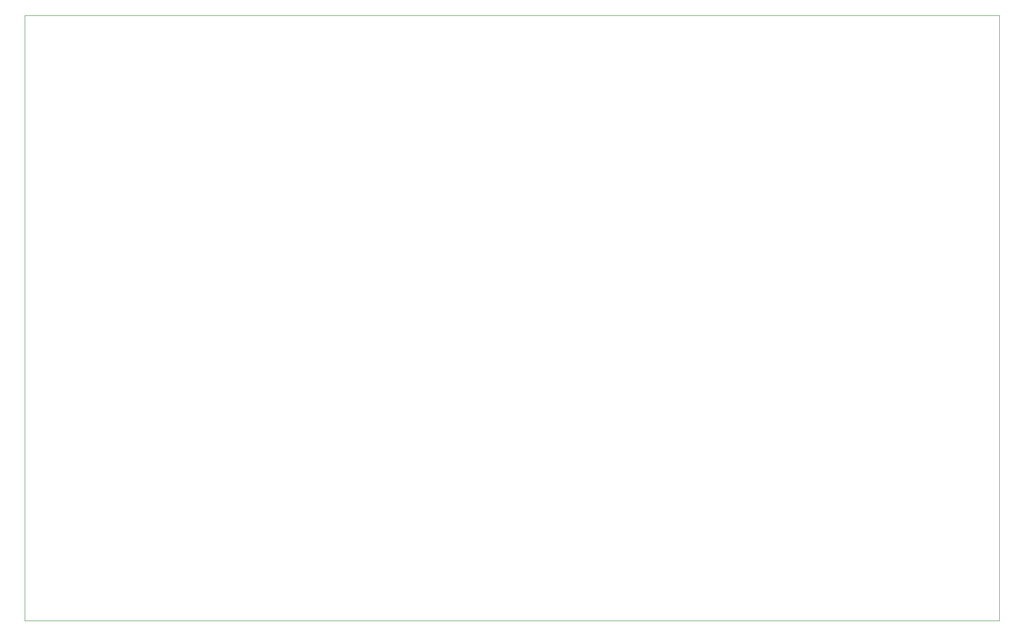
<source format=gbr>
G04 #@! TF.GenerationSoftware,KiCad,Pcbnew,(5.1.5)-3*
G04 #@! TF.CreationDate,2020-11-28T21:50:00-05:00*
G04 #@! TF.ProjectId,floater,666c6f61-7465-4722-9e6b-696361645f70,rev?*
G04 #@! TF.SameCoordinates,PXfb691c48PY5f5e038*
G04 #@! TF.FileFunction,Profile,NP*
%FSLAX46Y46*%
G04 Gerber Fmt 4.6, Leading zero omitted, Abs format (unit mm)*
G04 Created by KiCad (PCBNEW (5.1.5)-3) date 2020-11-28 21:50:00*
%MOMM*%
%LPD*%
G04 APERTURE LIST*
%ADD10C,0.050000*%
G04 APERTURE END LIST*
D10*
X176997560Y-200D02*
X-2440Y-200D01*
X176997560Y109999800D02*
X-2440Y109999800D01*
X176997560Y-200D02*
X176997560Y109999800D01*
X-2440Y109999800D02*
X-2440Y-200D01*
M02*

</source>
